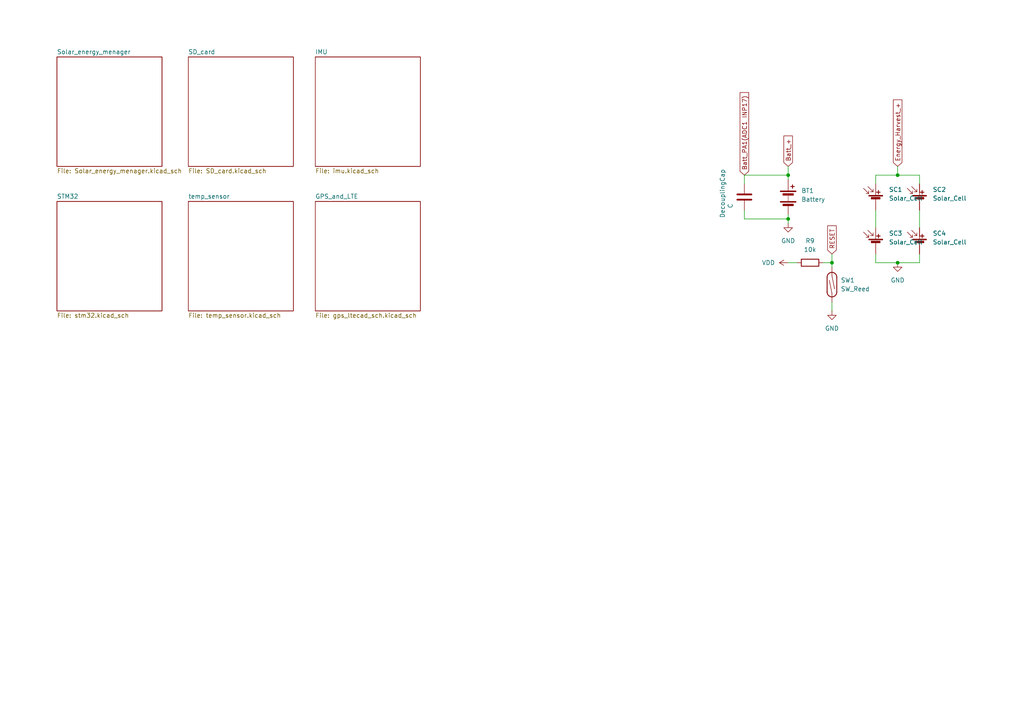
<source format=kicad_sch>
(kicad_sch (version 20250114) (generator "eeschema") (generator_version "9.0")
  (paper "A4")
  (lib_symbols
    (symbol "Device:Battery" (pin_numbers (hide yes)) (pin_names (offset 0) (hide yes))
      (property "Reference" "BT" (at 2.54 2.54 0))
      (property "Value" "Battery" (at 2.54 0 0))
      (symbol "Battery_0_1"
        (rectangle (start -2.286 1.778) (end 2.286 1.524) (fill (type outline)))
        (rectangle (start -2.286 -1.27) (end 2.286 -1.524) (fill (type outline)))
        (rectangle (start -1.524 1.016) (end 1.524 0.508) (fill (type outline)))
        (rectangle (start -1.524 -2.032) (end 1.524 -2.54) (fill (type outline)))
        (polyline (pts (xy 0 1.778) (xy 0 2.54)))
        (polyline (pts (xy 0 0) (xy 0 0.254)))
        (polyline (pts (xy 0 -0.508) (xy 0 -0.254)))
        (polyline (pts (xy 0 -1.016) (xy 0 -0.762)))
        (polyline (pts (xy 0.762 3.048) (xy 1.778 3.048)) (stroke (width 0.254)))
        (polyline (pts (xy 1.27 3.556) (xy 1.27 2.54)) (stroke (width 0.254)))
      )
      (symbol "Battery_1_1"
        (pin passive line (at 0 5.08 270) (length 2.54) (name "+") (number "1"))
        (pin passive line (at 0 -5.08 90) (length 2.54) (name "-") (number "2"))
      )
    )
    (symbol "Device:C" (pin_numbers (hide yes)) (pin_names (offset 0.254))
      (property "Reference" "C" (at 0.635 2.54 0))
      (property "Value" "C" (at 0.635 -2.54 0))
      (symbol "C_0_1"
        (polyline (pts (xy -2.032 0.762) (xy 2.032 0.762)) (stroke (width 0.508)))
        (polyline (pts (xy -2.032 -0.762) (xy 2.032 -0.762)) (stroke (width 0.508)))
      )
      (symbol "C_1_1"
        (pin passive line (at 0 3.81 270) (length 2.794) (name "~") (number "1"))
        (pin passive line (at 0 -3.81 90) (length 2.794) (name "~") (number "2"))
      )
    )
    (symbol "Device:R" (pin_numbers (hide yes)) (pin_names (offset 0))
      (property "Reference" "R" (at 2.032 0 90))
      (property "Value" "R" (at 0 0 90))
      (symbol "R_0_1"
        (rectangle (start -1.016 -2.54) (end 1.016 2.54) (stroke (width 0.254)))
      )
      (symbol "R_1_1"
        (pin passive line (at 0 3.81 270) (length 1.27) (name "~") (number "1"))
        (pin passive line (at 0 -3.81 90) (length 1.27) (name "~") (number "2"))
      )
    )
    (symbol "Device:Solar_Cell" (pin_numbers (hide yes)) (pin_names (offset 0) (hide yes))
      (property "Reference" "SC" (at 2.54 2.54 0))
      (property "Value" "Solar_Cell" (at 2.54 0 0))
      (symbol "Solar_Cell_0_1"
        (polyline (pts (xy -2.032 3.048) (xy -2.032 2.286) (xy -2.794 2.286)))
        (polyline (pts (xy -2.032 2.286) (xy -3.556 3.81)))
        (rectangle (start -2.032 1.778) (end 2.032 1.524) (fill (type outline)))
        (rectangle (start -1.3208 1.1938) (end 1.27 0.6858) (fill (type outline)))
        (polyline (pts (xy -0.762 3.556) (xy -0.762 2.794) (xy -1.524 2.794)))
        (polyline (pts (xy -0.762 2.794) (xy -2.286 4.318)))
        (polyline (pts (xy 0 1.778) (xy 0 2.54)))
        (polyline (pts (xy 0 0.762) (xy 0 0)))
        (polyline (pts (xy 0.254 2.667) (xy 1.27 2.667)) (stroke (width 0.254)))
        (polyline (pts (xy 0.762 3.175) (xy 0.762 2.159)) (stroke (width 0.254)))
      )
      (symbol "Solar_Cell_1_1"
        (pin passive line (at 0 5.08 270) (length 2.54) (name "+") (number "1"))
        (pin passive line (at 0 -2.54 90) (length 2.54) (name "-") (number "2"))
      )
    )
    (symbol "Switch:SW_Reed" (pin_numbers (hide yes)) (pin_names (offset 0) (hide yes))
      (property "Reference" "SW" (at 0 2.54 0))
      (property "Value" "SW_Reed" (at 0 -2.54 0))
      (symbol "SW_Reed_0_0"
        (polyline (pts (xy -2.54 0) (xy 1.27 0.762)))
        (polyline (pts (xy -2.159 -1.397) (xy 2.286 -1.397)) (stroke (width 0.254)))
        (arc (start -2.159 -1.397) (mid -3.55 0) (end -2.159 1.397) (stroke (width 0.254)))
        (arc (start 2.159 1.397) (mid 3.55 0) (end 2.159 -1.397) (stroke (width 0.254)))
        (polyline (pts (xy 2.159 1.397) (xy -2.159 1.397)) (stroke (width 0.254)))
        (polyline (pts (xy 2.54 0) (xy -1.27 -0.762)))
      )
      (symbol "SW_Reed_1_1"
        (pin passive line (at -5.08 0 0) (length 2.54) (name "1") (number "1"))
        (pin passive line (at 5.08 0 180) (length 2.54) (name "2") (number "2"))
      )
    )
    (symbol "power:GND" (power) (pin_numbers (hide yes)) (pin_names (offset 0) (hide yes))
      (property "Value" "GND" (at 0 -3.81 0))
      (symbol "GND_0_1"
        (polyline (pts (xy 0 0) (xy 0 -1.27) (xy 1.27 -1.27) (xy 0 -2.54) (xy -1.27 -1.27) (xy 0 -1.27)))
      )
      (symbol "GND_1_1"
        (pin power_in line (at 0 0 270) (length 0) (name "~") (number "1"))
      )
    )
    (symbol "power:VDD" (power) (pin_numbers (hide yes)) (pin_names (offset 0) (hide yes))
      (property "Value" "VDD" (at 0 3.556 0))
      (symbol "VDD_0_1"
        (polyline (pts (xy -0.762 1.27) (xy 0 2.54)))
        (polyline (pts (xy 0 2.54) (xy 0.762 1.27)))
        (polyline (pts (xy 0 0) (xy 0 2.54)))
      )
      (symbol "VDD_1_1"
        (pin power_in line (at 0 0 90) (length 0) (name "~") (number "1"))
      )
    )
  )
  (junction (at 241.3 76.2))
  (junction (at 228.6 63.5))
  (junction (at 228.6 50.8))
  (junction (at 260.35 50.8))
  (junction (at 260.35 76.2))
  (wire (pts (xy 228.6 62.23) (xy 228.6 63.5)))
  (wire (pts (xy 228.6 76.2) (xy 231.14 76.2)))
  (wire (pts (xy 241.3 73.66) (xy 241.3 76.2)))
  (wire (pts (xy 241.3 87.63) (xy 241.3 90.17)))
  (wire (pts (xy 260.35 50.8) (xy 266.7 50.8)))
  (wire (pts (xy 228.6 48.26) (xy 228.6 50.8)))
  (wire (pts (xy 215.9 53.34) (xy 215.9 50.8)))
  (wire (pts (xy 266.7 50.8) (xy 266.7 53.34)))
  (wire (pts (xy 260.35 76.2) (xy 254 76.2)))
  (wire (pts (xy 254 60.96) (xy 254 66.04)))
  (wire (pts (xy 215.9 60.96) (xy 215.9 63.5)))
  (wire (pts (xy 266.7 73.66) (xy 266.7 76.2)))
  (wire (pts (xy 215.9 50.8) (xy 228.6 50.8)))
  (wire (pts (xy 241.3 76.2) (xy 241.3 77.47)))
  (wire (pts (xy 254 53.34) (xy 254 50.8)))
  (wire (pts (xy 266.7 60.96) (xy 266.7 66.04)))
  (wire (pts (xy 215.9 63.5) (xy 228.6 63.5)))
  (wire (pts (xy 254 73.66) (xy 254 76.2)))
  (wire (pts (xy 228.6 63.5) (xy 228.6 64.77)))
  (wire (pts (xy 238.76 76.2) (xy 241.3 76.2)))
  (wire (pts (xy 254 50.8) (xy 260.35 50.8)))
  (wire (pts (xy 260.35 48.26) (xy 260.35 50.8)))
  (wire (pts (xy 266.7 76.2) (xy 260.35 76.2)))
  (wire (pts (xy 228.6 50.8) (xy 228.6 52.07)))
  (global_label "Energy_Harvest_+" (shape input) (at 260.35 48.26 90) (property "Intersheetrefs" "${INTERSHEET_REFS}" (effects (hide yes))))
  (global_label "Batt_PA1(ADC1 INP17)" (shape input) (at 215.9 50.8 90) (property "Intersheetrefs" "${INTERSHEET_REFS}" (effects (hide yes))))
  (global_label "RESET" (shape input) (at 241.3 73.66 90) (property "Intersheetrefs" "${INTERSHEET_REFS}" (effects (hide yes))))
  (global_label "Batt_+" (shape input) (at 228.6 48.26 90) (property "Intersheetrefs" "${INTERSHEET_REFS}" (effects (hide yes))))
  (symbol (lib_id "Device:Solar_Cell") (at 254 71.12 0) (unit 1)
    (property "Reference" "SC3" (at 257.81 67.6909 0) (effects (justify left)))
    (property "Value" "Solar_Cell" (at 257.81 70.2309 0) (effects (justify left)))
    (property "Description" "Single solar cell" (effects (hide yes)))
  )
  (symbol (lib_id "Device:C") (at 215.9 57.15 0) (unit 1)
    (property "Reference" "DecouplingCap" (at 209.55 63.246 90) (effects (justify left)))
    (property "Value" "C" (at 211.836 60.452 90) (effects (justify left)))
    (property "Description" "Unpolarized capacitor" (effects (hide yes)))
  )
  (symbol (lib_id "Switch:SW_Reed") (at 241.3 82.55 270) (unit 1)
    (property "Reference" "SW1" (at 243.84 81.2799 90) (effects (justify left)))
    (property "Value" "SW_Reed" (at 243.84 83.8199 90) (effects (justify left)))
    (property "Description" "reed switch" (effects (hide yes)))
  )
  (symbol (lib_id "power:VDD") (at 228.6 76.2 90) (unit 1)
    (property "Reference" "#PWR016" (effects (hide yes)))
    (property "Value" "VDD" (at 224.79 76.1999 90) (effects (justify left)))
    (property "Description" "Power symbol creates a global label with name \"VDD\"" (effects (hide yes)))
  )
  (symbol (lib_id "power:GND") (at 260.35 76.2 0) (unit 1)
    (property "Reference" "#PWR020" (effects (hide yes)))
    (property "Value" "GND" (at 260.35 81.28 0))
    (property "Description" "Power symbol creates a global label with name \"GND\" , ground" (effects (hide yes)))
  )
  (symbol (lib_id "Device:Solar_Cell") (at 266.7 71.12 0) (unit 1)
    (property "Reference" "SC4" (at 270.51 67.6909 0) (effects (justify left)))
    (property "Value" "Solar_Cell" (at 270.51 70.2309 0) (effects (justify left)))
    (property "Description" "Single solar cell" (effects (hide yes)))
  )
  (symbol (lib_id "power:GND") (at 228.6 64.77 0) (unit 1)
    (property "Reference" "#PWR01" (effects (hide yes)))
    (property "Value" "GND" (at 228.6 69.85 0))
    (property "Description" "Power symbol creates a global label with name \"GND\" , ground" (effects (hide yes)))
  )
  (symbol (lib_id "Device:R") (at 234.95 76.2 90) (unit 1)
    (property "Reference" "R9" (at 234.95 69.85 90))
    (property "Value" "10k" (at 234.95 72.39 90))
    (property "Description" "Resistor" (effects (hide yes)))
  )
  (symbol (lib_id "power:GND") (at 241.3 90.17 0) (unit 1)
    (property "Reference" "#PWR015" (effects (hide yes)))
    (property "Value" "GND" (at 241.3 95.25 0))
    (property "Description" "Power symbol creates a global label with name \"GND\" , ground" (effects (hide yes)))
  )
  (symbol (lib_id "Device:Battery") (at 228.6 57.15 0) (unit 1)
    (property "Reference" "BT1" (at 232.41 55.3084 0) (effects (justify left)))
    (property "Value" "Battery" (at 232.41 57.8484 0) (effects (justify left)))
    (property "Description" "Multiple-cell battery" (effects (hide yes)))
  )
  (symbol (lib_id "Device:Solar_Cell") (at 254 58.42 0) (unit 1)
    (property "Reference" "SC1" (at 257.81 54.9909 0) (effects (justify left)))
    (property "Value" "Solar_Cell" (at 257.81 57.5309 0) (effects (justify left)))
    (property "Description" "Single solar cell" (effects (hide yes)))
  )
  (symbol (lib_id "Device:Solar_Cell") (at 266.7 58.42 0) (unit 1)
    (property "Reference" "SC2" (at 270.51 54.9909 0) (effects (justify left)))
    (property "Value" "Solar_Cell" (at 270.51 57.5309 0) (effects (justify left)))
    (property "Description" "Single solar cell" (effects (hide yes)))
  )
  (sheet (at 16.51 58.42) (size 30.48 31.75) (stroke (width 0.1524))
    (property "Sheetname" "STM32" (at 16.51 57.7084 0) (effects (justify left bottom)))
    (property "Sheetfile" "stm32.kicad_sch" (at 16.51 90.7546 0) (effects (justify left top)))
  )
  (sheet (at 91.44 58.42) (size 30.48 31.75) (stroke (width 0.1524))
    (property "Sheetname" "GPS_and_LTE" (at 91.44 57.7084 0) (effects (justify left bottom)))
    (property "Sheetfile" "gps_ltecad_sch.kicad_sch" (at 91.44 90.7546 0) (effects (justify left top)))
  )
  (sheet (at 54.61 16.51) (size 30.48 31.75) (stroke (width 0.1524))
    (property "Sheetname" "SD_card" (at 54.61 15.7984 0) (effects (justify left bottom)))
    (property "Sheetfile" "SD_card.kicad_sch" (at 54.61 48.8446 0) (effects (justify left top)))
  )
  (sheet (at 91.44 16.51) (size 30.48 31.75) (stroke (width 0.1524))
    (property "Sheetname" "IMU" (at 91.44 15.7984 0) (effects (justify left bottom)))
    (property "Sheetfile" "imu.kicad_sch" (at 91.44 48.8446 0) (effects (justify left top)))
  )
  (sheet (at 54.61 58.42) (size 30.48 31.75) (stroke (width 0.1524))
    (property "Sheetname" "temp_sensor" (at 54.61 57.7084 0) (effects (justify left bottom)))
    (property "Sheetfile" "temp_sensor.kicad_sch" (at 54.61 90.7546 0) (effects (justify left top)))
  )
  (sheet (at 16.51 16.51) (size 30.48 31.75) (stroke (width 0.1524))
    (property "Sheetname" "Solar_energy_menager" (at 16.51 15.7984 0) (effects (justify left bottom)))
    (property "Sheetfile" "Solar_energy_menager.kicad_sch" (at 16.51 48.8446 0) (effects (justify left top)))
  )
)
</source>
